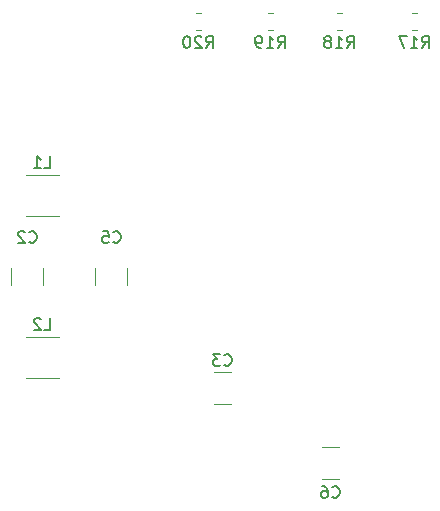
<source format=gbr>
%TF.GenerationSoftware,KiCad,Pcbnew,(6.0.1)*%
%TF.CreationDate,2022-06-01T15:29:54+03:00*%
%TF.ProjectId,Supply_Power,53757070-6c79-45f5-906f-7765722e6b69,rev?*%
%TF.SameCoordinates,Original*%
%TF.FileFunction,Legend,Bot*%
%TF.FilePolarity,Positive*%
%FSLAX46Y46*%
G04 Gerber Fmt 4.6, Leading zero omitted, Abs format (unit mm)*
G04 Created by KiCad (PCBNEW (6.0.1)) date 2022-06-01 15:29:54*
%MOMM*%
%LPD*%
G01*
G04 APERTURE LIST*
%ADD10C,0.150000*%
%ADD11C,0.120000*%
G04 APERTURE END LIST*
D10*
%TO.C,L2*%
X47410666Y-55824380D02*
X47886857Y-55824380D01*
X47886857Y-54824380D01*
X47124952Y-54919619D02*
X47077333Y-54872000D01*
X46982095Y-54824380D01*
X46744000Y-54824380D01*
X46648761Y-54872000D01*
X46601142Y-54919619D01*
X46553523Y-55014857D01*
X46553523Y-55110095D01*
X46601142Y-55252952D01*
X47172571Y-55824380D01*
X46553523Y-55824380D01*
%TO.C,R20*%
X61094857Y-31948380D02*
X61428190Y-31472190D01*
X61666285Y-31948380D02*
X61666285Y-30948380D01*
X61285333Y-30948380D01*
X61190095Y-30996000D01*
X61142476Y-31043619D01*
X61094857Y-31138857D01*
X61094857Y-31281714D01*
X61142476Y-31376952D01*
X61190095Y-31424571D01*
X61285333Y-31472190D01*
X61666285Y-31472190D01*
X60713904Y-31043619D02*
X60666285Y-30996000D01*
X60571047Y-30948380D01*
X60332952Y-30948380D01*
X60237714Y-30996000D01*
X60190095Y-31043619D01*
X60142476Y-31138857D01*
X60142476Y-31234095D01*
X60190095Y-31376952D01*
X60761523Y-31948380D01*
X60142476Y-31948380D01*
X59523428Y-30948380D02*
X59428190Y-30948380D01*
X59332952Y-30996000D01*
X59285333Y-31043619D01*
X59237714Y-31138857D01*
X59190095Y-31329333D01*
X59190095Y-31567428D01*
X59237714Y-31757904D01*
X59285333Y-31853142D01*
X59332952Y-31900761D01*
X59428190Y-31948380D01*
X59523428Y-31948380D01*
X59618666Y-31900761D01*
X59666285Y-31853142D01*
X59713904Y-31757904D01*
X59761523Y-31567428D01*
X59761523Y-31329333D01*
X59713904Y-31138857D01*
X59666285Y-31043619D01*
X59618666Y-30996000D01*
X59523428Y-30948380D01*
%TO.C,C6*%
X71794666Y-69953142D02*
X71842285Y-70000761D01*
X71985142Y-70048380D01*
X72080380Y-70048380D01*
X72223238Y-70000761D01*
X72318476Y-69905523D01*
X72366095Y-69810285D01*
X72413714Y-69619809D01*
X72413714Y-69476952D01*
X72366095Y-69286476D01*
X72318476Y-69191238D01*
X72223238Y-69096000D01*
X72080380Y-69048380D01*
X71985142Y-69048380D01*
X71842285Y-69096000D01*
X71794666Y-69143619D01*
X70937523Y-69048380D02*
X71128000Y-69048380D01*
X71223238Y-69096000D01*
X71270857Y-69143619D01*
X71366095Y-69286476D01*
X71413714Y-69476952D01*
X71413714Y-69857904D01*
X71366095Y-69953142D01*
X71318476Y-70000761D01*
X71223238Y-70048380D01*
X71032761Y-70048380D01*
X70937523Y-70000761D01*
X70889904Y-69953142D01*
X70842285Y-69857904D01*
X70842285Y-69619809D01*
X70889904Y-69524571D01*
X70937523Y-69476952D01*
X71032761Y-69429333D01*
X71223238Y-69429333D01*
X71318476Y-69476952D01*
X71366095Y-69524571D01*
X71413714Y-69619809D01*
%TO.C,R18*%
X73032857Y-31948380D02*
X73366190Y-31472190D01*
X73604285Y-31948380D02*
X73604285Y-30948380D01*
X73223333Y-30948380D01*
X73128095Y-30996000D01*
X73080476Y-31043619D01*
X73032857Y-31138857D01*
X73032857Y-31281714D01*
X73080476Y-31376952D01*
X73128095Y-31424571D01*
X73223333Y-31472190D01*
X73604285Y-31472190D01*
X72080476Y-31948380D02*
X72651904Y-31948380D01*
X72366190Y-31948380D02*
X72366190Y-30948380D01*
X72461428Y-31091238D01*
X72556666Y-31186476D01*
X72651904Y-31234095D01*
X71509047Y-31376952D02*
X71604285Y-31329333D01*
X71651904Y-31281714D01*
X71699523Y-31186476D01*
X71699523Y-31138857D01*
X71651904Y-31043619D01*
X71604285Y-30996000D01*
X71509047Y-30948380D01*
X71318571Y-30948380D01*
X71223333Y-30996000D01*
X71175714Y-31043619D01*
X71128095Y-31138857D01*
X71128095Y-31186476D01*
X71175714Y-31281714D01*
X71223333Y-31329333D01*
X71318571Y-31376952D01*
X71509047Y-31376952D01*
X71604285Y-31424571D01*
X71651904Y-31472190D01*
X71699523Y-31567428D01*
X71699523Y-31757904D01*
X71651904Y-31853142D01*
X71604285Y-31900761D01*
X71509047Y-31948380D01*
X71318571Y-31948380D01*
X71223333Y-31900761D01*
X71175714Y-31853142D01*
X71128095Y-31757904D01*
X71128095Y-31567428D01*
X71175714Y-31472190D01*
X71223333Y-31424571D01*
X71318571Y-31376952D01*
%TO.C,R19*%
X67190857Y-31948380D02*
X67524190Y-31472190D01*
X67762285Y-31948380D02*
X67762285Y-30948380D01*
X67381333Y-30948380D01*
X67286095Y-30996000D01*
X67238476Y-31043619D01*
X67190857Y-31138857D01*
X67190857Y-31281714D01*
X67238476Y-31376952D01*
X67286095Y-31424571D01*
X67381333Y-31472190D01*
X67762285Y-31472190D01*
X66238476Y-31948380D02*
X66809904Y-31948380D01*
X66524190Y-31948380D02*
X66524190Y-30948380D01*
X66619428Y-31091238D01*
X66714666Y-31186476D01*
X66809904Y-31234095D01*
X65762285Y-31948380D02*
X65571809Y-31948380D01*
X65476571Y-31900761D01*
X65428952Y-31853142D01*
X65333714Y-31710285D01*
X65286095Y-31519809D01*
X65286095Y-31138857D01*
X65333714Y-31043619D01*
X65381333Y-30996000D01*
X65476571Y-30948380D01*
X65667047Y-30948380D01*
X65762285Y-30996000D01*
X65809904Y-31043619D01*
X65857523Y-31138857D01*
X65857523Y-31376952D01*
X65809904Y-31472190D01*
X65762285Y-31519809D01*
X65667047Y-31567428D01*
X65476571Y-31567428D01*
X65381333Y-31519809D01*
X65333714Y-31472190D01*
X65286095Y-31376952D01*
%TO.C,C3*%
X62650666Y-58777142D02*
X62698285Y-58824761D01*
X62841142Y-58872380D01*
X62936380Y-58872380D01*
X63079238Y-58824761D01*
X63174476Y-58729523D01*
X63222095Y-58634285D01*
X63269714Y-58443809D01*
X63269714Y-58300952D01*
X63222095Y-58110476D01*
X63174476Y-58015238D01*
X63079238Y-57920000D01*
X62936380Y-57872380D01*
X62841142Y-57872380D01*
X62698285Y-57920000D01*
X62650666Y-57967619D01*
X62317333Y-57872380D02*
X61698285Y-57872380D01*
X62031619Y-58253333D01*
X61888761Y-58253333D01*
X61793523Y-58300952D01*
X61745904Y-58348571D01*
X61698285Y-58443809D01*
X61698285Y-58681904D01*
X61745904Y-58777142D01*
X61793523Y-58824761D01*
X61888761Y-58872380D01*
X62174476Y-58872380D01*
X62269714Y-58824761D01*
X62317333Y-58777142D01*
%TO.C,C5*%
X53252666Y-48363142D02*
X53300285Y-48410761D01*
X53443142Y-48458380D01*
X53538380Y-48458380D01*
X53681238Y-48410761D01*
X53776476Y-48315523D01*
X53824095Y-48220285D01*
X53871714Y-48029809D01*
X53871714Y-47886952D01*
X53824095Y-47696476D01*
X53776476Y-47601238D01*
X53681238Y-47506000D01*
X53538380Y-47458380D01*
X53443142Y-47458380D01*
X53300285Y-47506000D01*
X53252666Y-47553619D01*
X52347904Y-47458380D02*
X52824095Y-47458380D01*
X52871714Y-47934571D01*
X52824095Y-47886952D01*
X52728857Y-47839333D01*
X52490761Y-47839333D01*
X52395523Y-47886952D01*
X52347904Y-47934571D01*
X52300285Y-48029809D01*
X52300285Y-48267904D01*
X52347904Y-48363142D01*
X52395523Y-48410761D01*
X52490761Y-48458380D01*
X52728857Y-48458380D01*
X52824095Y-48410761D01*
X52871714Y-48363142D01*
%TO.C,L1*%
X47410666Y-42108380D02*
X47886857Y-42108380D01*
X47886857Y-41108380D01*
X46553523Y-42108380D02*
X47124952Y-42108380D01*
X46839238Y-42108380D02*
X46839238Y-41108380D01*
X46934476Y-41251238D01*
X47029714Y-41346476D01*
X47124952Y-41394095D01*
%TO.C,C2*%
X46140666Y-48363142D02*
X46188285Y-48410761D01*
X46331142Y-48458380D01*
X46426380Y-48458380D01*
X46569238Y-48410761D01*
X46664476Y-48315523D01*
X46712095Y-48220285D01*
X46759714Y-48029809D01*
X46759714Y-47886952D01*
X46712095Y-47696476D01*
X46664476Y-47601238D01*
X46569238Y-47506000D01*
X46426380Y-47458380D01*
X46331142Y-47458380D01*
X46188285Y-47506000D01*
X46140666Y-47553619D01*
X45759714Y-47553619D02*
X45712095Y-47506000D01*
X45616857Y-47458380D01*
X45378761Y-47458380D01*
X45283523Y-47506000D01*
X45235904Y-47553619D01*
X45188285Y-47648857D01*
X45188285Y-47744095D01*
X45235904Y-47886952D01*
X45807333Y-48458380D01*
X45188285Y-48458380D01*
%TO.C,R17*%
X79382857Y-31948380D02*
X79716190Y-31472190D01*
X79954285Y-31948380D02*
X79954285Y-30948380D01*
X79573333Y-30948380D01*
X79478095Y-30996000D01*
X79430476Y-31043619D01*
X79382857Y-31138857D01*
X79382857Y-31281714D01*
X79430476Y-31376952D01*
X79478095Y-31424571D01*
X79573333Y-31472190D01*
X79954285Y-31472190D01*
X78430476Y-31948380D02*
X79001904Y-31948380D01*
X78716190Y-31948380D02*
X78716190Y-30948380D01*
X78811428Y-31091238D01*
X78906666Y-31186476D01*
X79001904Y-31234095D01*
X78097142Y-30948380D02*
X77430476Y-30948380D01*
X77859047Y-31948380D01*
D11*
%TO.C,L2*%
X45857748Y-56456000D02*
X48630252Y-56456000D01*
X45857748Y-59876000D02*
X48630252Y-59876000D01*
%TO.C,R20*%
X60679064Y-30453000D02*
X60224936Y-30453000D01*
X60679064Y-28983000D02*
X60224936Y-28983000D01*
%TO.C,C6*%
X72339252Y-65696000D02*
X70916748Y-65696000D01*
X72339252Y-68416000D02*
X70916748Y-68416000D01*
%TO.C,R18*%
X72617064Y-28983000D02*
X72162936Y-28983000D01*
X72617064Y-30453000D02*
X72162936Y-30453000D01*
%TO.C,R19*%
X66775064Y-30453000D02*
X66320936Y-30453000D01*
X66775064Y-28983000D02*
X66320936Y-28983000D01*
%TO.C,C3*%
X61772748Y-62066000D02*
X63195252Y-62066000D01*
X61772748Y-59346000D02*
X63195252Y-59346000D01*
%TO.C,C5*%
X51726000Y-50596748D02*
X51726000Y-52019252D01*
X54446000Y-50596748D02*
X54446000Y-52019252D01*
%TO.C,L1*%
X45857748Y-46160000D02*
X48630252Y-46160000D01*
X45857748Y-42740000D02*
X48630252Y-42740000D01*
%TO.C,C2*%
X44614000Y-50596748D02*
X44614000Y-52019252D01*
X47334000Y-50596748D02*
X47334000Y-52019252D01*
%TO.C,R17*%
X78967064Y-28983000D02*
X78512936Y-28983000D01*
X78967064Y-30453000D02*
X78512936Y-30453000D01*
%TD*%
M02*

</source>
